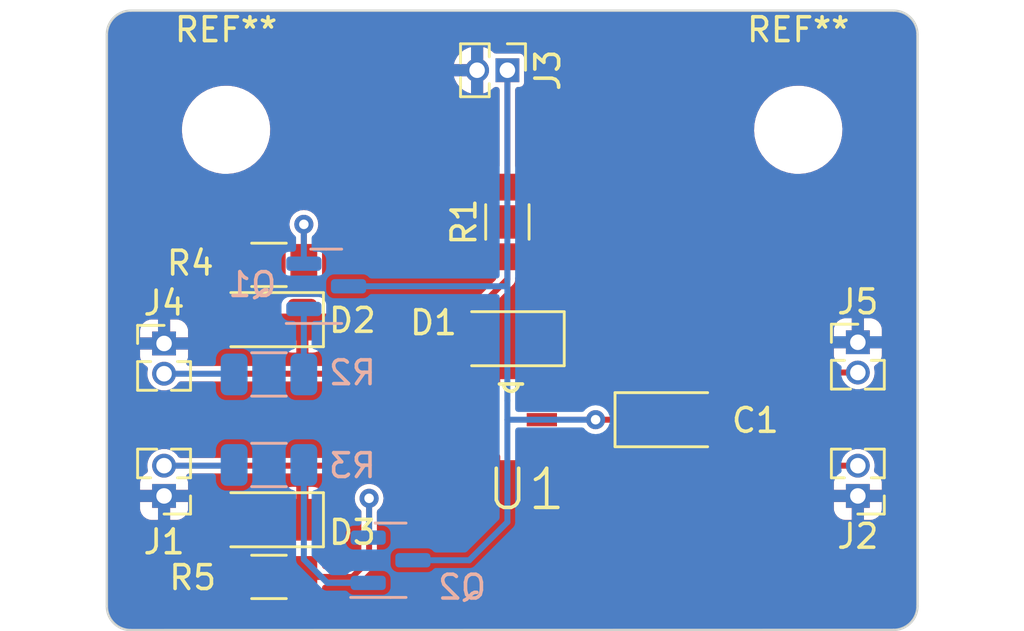
<source format=kicad_pcb>
(kicad_pcb (version 20211014) (generator pcbnew)
  (layers (0 "F.Cu" signal) (31 "B.Cu" signal) (34 "B.Paste" user) (35 "F.Paste" user) (36 "B.SilkS" user "B.Silkscreen") (37 "F.SilkS" user "F.Silkscreen") (38 "B.Mask" user) (39 "F.Mask" user) (44 "Edge.Cuts" user))
  (net 0 "")
  (net 1 "Net-(U1-Pad3)")
  (net 2 "Net-(U1-Pad6)")
  (net 3 "Net-(U1-Pad4)")
  (net 4 "GND")
  (net 5 "Net-(D1-Pad2)")
  (net 6 "Net-(D2-Pad2)")
  (net 7 "Net-(D3-Pad2)")
  (net 8 "Net-(J4-Pad2)")
  (net 9 "Net-(Q1-Pad1)")
  (net 10 "Net-(Q1-Pad2)")
  (net 11 "Net-(Q2-Pad1)")
  (net 12 "Net-(Q2-Pad2)")
  (net 13 "Net-(J3-Pad1)")
  (footprint "LED_SMD:LED_1206_3216Metric" (layer "F.Cu") (at 120.8 95.37 180)
    (fp_text reference "D3" (at -3.5 -0.53) (layer "F.SilkS"))
    (fp_text value "LED")
    (fp_line (start 1.6 -1.135) (end -2.285 -1.135) (layer "F.SilkS") (width 0.12))
    (fp_line (start -2.285 -1.135) (end -2.285 1.135) (layer "F.SilkS") (width 0.12))
    (fp_line (start -2.285 1.135) (end 1.6 1.135) (layer "F.SilkS") (width 0.12))
    (pad "1" smd roundrect locked (at -1.4 0 180) (size 1.25 1.75) (layers "F.Cu" "F.Paste" "F.Mask") (roundrect_rratio 0.2) (net 4 "GND"))
    (pad "2" smd roundrect locked (at 1.4 0 180) (size 1.25 1.75) (layers "F.Cu" "F.Paste" "F.Mask") (roundrect_rratio 0.2) (net 7 "Net-(D3-Pad2)"))
  )
  (footprint "MountingHole:MountingHole_3.2mm_M3" (layer "F.Cu") (at 119 79)
    (fp_text reference "REF**" (at 0 -4.2) (layer "F.SilkS"))
    (fp_text value "MountingHole_3.2mm_M3")
    (pad "" np_thru_hole circle locked (at 0 0) (size 3.2 3.2) (drill 3.2) (layers *.Cu *.Mask))
  )
  (footprint "Connector_PinHeader_1.27mm:PinHeader_1x02_P1.27mm_Vertical" (layer "F.Cu") (at 130.8 76.5 -90)
    (fp_text reference "J3" (at 0 -1.695 90) (layer "F.SilkS"))
    (fp_text value "Conn_01x02_Male")
    (fp_line (start 0.563471 0.76) (end 1.11 0.76) (layer "F.SilkS") (width 0.12))
    (fp_line (start -1.11 -0.76) (end 0 -0.76) (layer "F.SilkS") (width 0.12))
    (fp_line (start 1.11 0.76) (end 1.11 1.965) (layer "F.SilkS") (width 0.12))
    (fp_line (start -1.11 0.76) (end -0.563471 0.76) (layer "F.SilkS") (width 0.12))
    (fp_line (start -1.11 0) (end -1.11 -0.76) (layer "F.SilkS") (width 0.12))
    (fp_line (start 0.30753 1.965) (end 1.11 1.965) (layer "F.SilkS") (width 0.12))
    (fp_line (start -1.11 1.965) (end -0.30753 1.965) (layer "F.SilkS") (width 0.12))
    (fp_line (start -1.11 0.76) (end -1.11 1.965) (layer "F.SilkS") (width 0.12))
    (pad "1" thru_hole rect locked (at 0 0 270) (size 1 1) (drill 0.65) (layers *.Cu *.Mask) (net 13 "Net-(J3-Pad1)"))
    (pad "2" thru_hole oval locked (at 0 1.27 270) (size 1 1) (drill 0.65) (layers *.Cu *.Mask) (net 4 "GND"))
  )
  (footprint "Connector_PinHeader_1.27mm:PinHeader_1x02_P1.27mm_Vertical" (layer "F.Cu") (at 145.5 87.92)
    (fp_text reference "J5" (at 0 -1.695) (layer "F.SilkS"))
    (fp_text value "Conn_01x02_Male")
    (fp_line (start -1.11 0.76) (end -0.563471 0.76) (layer "F.SilkS") (width 0.12))
    (fp_line (start -1.11 1.965) (end -0.30753 1.965) (layer "F.SilkS") (width 0.12))
    (fp_line (start -1.11 0) (end -1.11 -0.76) (layer "F.SilkS") (width 0.12))
    (fp_line (start 1.11 0.76) (end 1.11 1.965) (layer "F.SilkS") (width 0.12))
    (fp_line (start 0.30753 1.965) (end 1.11 1.965) (layer "F.SilkS") (width 0.12))
    (fp_line (start -1.11 0.76) (end -1.11 1.965) (layer "F.SilkS") (width 0.12))
    (fp_line (start -1.11 -0.76) (end 0 -0.76) (layer "F.SilkS") (width 0.12))
    (fp_line (start 0.563471 0.76) (end 1.11 0.76) (layer "F.SilkS") (width 0.12))
    (pad "1" thru_hole rect locked (at 0 0) (size 1 1) (drill 0.65) (layers *.Cu *.Mask) (net 4 "GND"))
    (pad "2" thru_hole oval locked (at 0 1.27) (size 1 1) (drill 0.65) (layers *.Cu *.Mask) (net 2 "Net-(U1-Pad6)"))
  )
  (footprint "Resistor_SMD:R_1206_3216Metric" (layer "F.Cu") (at 120.8 84.67 180)
    (fp_text reference "R4" (at 3.3 0.07) (layer "F.SilkS"))
    (fp_text value "100")
    (fp_line (start -0.727064 -0.91) (end 0.727064 -0.91) (layer "F.SilkS") (width 0.12))
    (fp_line (start -0.727064 0.91) (end 0.727064 0.91) (layer "F.SilkS") (width 0.12))
    (pad "1" smd roundrect locked (at -1.4625 0 180) (size 1.125 1.75) (layers "F.Cu" "F.Paste" "F.Mask") (roundrect_rratio 0.222222) (net 10 "Net-(Q1-Pad2)"))
    (pad "2" smd roundrect locked (at 1.4625 0 180) (size 1.125 1.75) (layers "F.Cu" "F.Paste" "F.Mask") (roundrect_rratio 0.222222) (net 6 "Net-(D2-Pad2)"))
  )
  (footprint "Diode_SMD:D_1206_3216Metric" (layer "F.Cu") (at 137.6 91.17)
    (fp_text reference "C1" (at 3.6 0.03) (layer "F.SilkS"))
    (fp_text value "100nF")
    (fp_line (start 1.6 -1.135) (end -2.285 -1.135) (layer "F.SilkS") (width 0.12))
    (fp_line (start -2.285 -1.135) (end -2.285 1.135) (layer "F.SilkS") (width 0.12))
    (fp_line (start -2.285 1.135) (end 1.6 1.135) (layer "F.SilkS") (width 0.12))
    (pad "1" smd roundrect locked (at -1.4 0) (size 1.25 1.75) (layers "F.Cu" "F.Paste" "F.Mask") (roundrect_rratio 0.2) (net 13 "Net-(J3-Pad1)"))
    (pad "2" smd roundrect locked (at 1.4 0) (size 1.25 1.75) (layers "F.Cu" "F.Paste" "F.Mask") (roundrect_rratio 0.2) (net 4 "GND"))
  )
  (footprint "Connector_PinHeader_1.27mm:PinHeader_1x02_P1.27mm_Vertical" (layer "F.Cu") (at 116.4 94.37 180)
    (fp_text reference "J1" (at 0 -1.93) (layer "F.SilkS"))
    (fp_text value "Conn_01x02_Male")
    (fp_line (start -1.11 1.965) (end -0.30753 1.965) (layer "F.SilkS") (width 0.12))
    (fp_line (start 0.30753 1.965) (end 1.11 1.965) (layer "F.SilkS") (width 0.12))
    (fp_line (start 0.563471 0.76) (end 1.11 0.76) (layer "F.SilkS") (width 0.12))
    (fp_line (start -1.11 0.76) (end -0.563471 0.76) (layer "F.SilkS") (width 0.12))
    (fp_line (start 1.11 0.76) (end 1.11 1.965) (layer "F.SilkS") (width 0.12))
    (fp_line (start -1.11 0) (end -1.11 -0.76) (layer "F.SilkS") (width 0.12))
    (fp_line (start -1.11 -0.76) (end 0 -0.76) (layer "F.SilkS") (width 0.12))
    (fp_line (start -1.11 0.76) (end -1.11 1.965) (layer "F.SilkS") (width 0.12))
    (pad "1" thru_hole rect locked (at 0 0 180) (size 1 1) (drill 0.65) (layers *.Cu *.Mask) (net 4 "GND"))
    (pad "2" thru_hole oval locked (at 0 1.27 180) (size 1 1) (drill 0.65) (layers *.Cu *.Mask) (net 1 "Net-(U1-Pad3)"))
  )
  (footprint "LED_SMD:LED_1206_3216Metric" (layer "F.Cu") (at 120.8 86.97 180)
    (fp_text reference "D2" (at -3.5 -0.03) (layer "F.SilkS"))
    (fp_text value "LED")
    (fp_line (start 1.6 -1.135) (end -2.285 -1.135) (layer "F.SilkS") (width 0.12))
    (fp_line (start -2.285 1.135) (end 1.6 1.135) (layer "F.SilkS") (width 0.12))
    (fp_line (start -2.285 -1.135) (end -2.285 1.135) (layer "F.SilkS") (width 0.12))
    (pad "1" smd roundrect locked (at -1.4 0 180) (size 1.25 1.75) (layers "F.Cu" "F.Paste" "F.Mask") (roundrect_rratio 0.2) (net 4 "GND"))
    (pad "2" smd roundrect locked (at 1.4 0 180) (size 1.25 1.75) (layers "F.Cu" "F.Paste" "F.Mask") (roundrect_rratio 0.2) (net 6 "Net-(D2-Pad2)"))
  )
  (footprint "hw_watchdog:ATTiny10-TS8R" (layer "F.Cu") (at 130.95 91.17)
    (fp_text reference "U1" (at 0.63661 2.92843) (layer "F.SilkS") (effects (font (size 1.644173 1.644173))))
    (fp_text value "ATTINY10-TS8R")
    (fp_line (start 0.4826 -1.4986) (end 0.3048 -1.4986) (layer "F.SilkS") (width 0.1524))
    (fp_line (start -0.3048 -1.4986) (end -0.4826 -1.4986) (layer "F.SilkS") (width 0.1524))
    (fp_line (start 0.3048 -1.4986) (end -0.3048 -1.4986) (layer "F.SilkS") (width 0.1524))
    (fp_arc (start 0.3048 -1.4986) (mid 0 -1.1938) (end -0.3048 -1.4986) (layer "F.SilkS") (width 0.1524))
    (pad "1" smd rect (at -1.2954 -0.9398) (size 1.27 0.5588) (layers "F.Cu" "F.Paste" "F.Mask") (net 8 "Net-(J4-Pad2)"))
    (pad "2" smd rect (at -1.2954 0) (size 1.27 0.5588) (layers "F.Cu" "F.Paste" "F.Mask") (net 4 "GND"))
    (pad "3" smd rect (at -1.2954 0.9398) (size 1.27 0.5588) (layers "F.Cu" "F.Paste" "F.Mask") (net 1 "Net-(U1-Pad3)"))
    (pad "4" smd rect (at 1.2954 0.9398) (size 1.27 0.5588) (layers "F.Cu" "F.Paste" "F.Mask") (net 3 "Net-(U1-Pad4)"))
    (pad "5" smd rect (at 1.2954 0) (size 1.27 0.5588) (layers "F.Cu" "F.Paste" "F.Mask") (net 13 "Net-(J3-Pad1)"))
    (pad "6" smd rect (at 1.2954 -0.9398) (size 1.27 0.5588) (layers "F.Cu" "F.Paste" "F.Mask") (net 2 "Net-(U1-Pad6)"))
  )
  (footprint "LED_SMD:LED_1206_3216Metric" (layer "F.Cu") (at 130.9 87.77 180)
    (fp_text reference "D1" (at 3.2 0.67) (layer "F.SilkS"))
    (fp_text value "LED")
    (fp_line (start -2.285 -1.135) (end -2.285 1.135) (layer "F.SilkS") (width 0.12))
    (fp_line (start -2.285 1.135) (end 1.6 1.135) (layer "F.SilkS") (width 0.12))
    (fp_line (start 1.6 -1.135) (end -2.285 -1.135) (layer "F.SilkS") (width 0.12))
    (pad "1" smd roundrect locked (at -1.4 0 180) (size 1.25 1.75) (layers "F.Cu" "F.Paste" "F.Mask") (roundrect_rratio 0.2) (net 4 "GND"))
    (pad "2" smd roundrect locked (at 1.4 0 180) (size 1.25 1.75) (layers "F.Cu" "F.Paste" "F.Mask") (roundrect_rratio 0.2) (net 5 "Net-(D1-Pad2)"))
  )
  (footprint "Resistor_SMD:R_1206_3216Metric" (layer "F.Cu") (at 130.8 82.87 90)
    (fp_text reference "R1" (at 0 -1.82 90) (layer "F.SilkS"))
    (fp_text value "100")
    (fp_line (start -0.727064 -0.91) (end 0.727064 -0.91) (layer "F.SilkS") (width 0.12))
    (fp_line (start -0.727064 0.91) (end 0.727064 0.91) (layer "F.SilkS") (width 0.12))
    (pad "1" smd roundrect locked (at -1.4625 0 90) (size 1.125 1.75) (layers "F.Cu" "F.Paste" "F.Mask") (roundrect_rratio 0.222222) (net 5 "Net-(D1-Pad2)"))
    (pad "2" smd roundrect locked (at 1.4625 0 90) (size 1.125 1.75) (layers "F.Cu" "F.Paste" "F.Mask") (roundrect_rratio 0.222222) (net 13 "Net-(J3-Pad1)"))
  )
  (footprint "MountingHole:MountingHole_3.2mm_M3" (layer "F.Cu") (at 143 79)
    (fp_text reference "REF**" (at 0 -4.2) (layer "F.SilkS"))
    (fp_text value "MountingHole_3.2mm_M3")
    (pad "" np_thru_hole circle locked (at 0 0) (size 3.2 3.2) (drill 3.2) (layers *.Cu *.Mask))
  )
  (footprint "Connector_PinHeader_1.27mm:PinHeader_1x02_P1.27mm_Vertical" (layer "F.Cu") (at 116.4 87.97)
    (fp_text reference "J4" (at 0 -1.695) (layer "F.SilkS"))
    (fp_text value "Conn_01x02_Male")
    (fp_line (start -1.11 0) (end -1.11 -0.76) (layer "F.SilkS") (width 0.12))
    (fp_line (start 1.11 0.76) (end 1.11 1.965) (layer "F.SilkS") (width 0.12))
    (fp_line (start -1.11 0.76) (end -0.563471 0.76) (layer "F.SilkS") (width 0.12))
    (fp_line (start 0.30753 1.965) (end 1.11 1.965) (layer "F.SilkS") (width 0.12))
    (fp_line (start 0.563471 0.76) (end 1.11 0.76) (layer "F.SilkS") (width 0.12))
    (fp_line (start -1.11 1.965) (end -0.30753 1.965) (layer "F.SilkS") (width 0.12))
    (fp_line (start -1.11 0.76) (end -1.11 1.965) (layer "F.SilkS") (width 0.12))
    (fp_line (start -1.11 -0.76) (end 0 -0.76) (layer "F.SilkS") (width 0.12))
    (pad "1" thru_hole rect locked (at 0 0) (size 1 1) (drill 0.65) (layers *.Cu *.Mask) (net 4 "GND"))
    (pad "2" thru_hole oval locked (at 0 1.27) (size 1 1) (drill 0.65) (layers *.Cu *.Mask) (net 8 "Net-(J4-Pad2)"))
  )
  (footprint "Connector_PinHeader_1.27mm:PinHeader_1x02_P1.27mm_Vertical" (layer "F.Cu") (at 145.5 94.37 180)
    (fp_text reference "J2" (at 0 -1.695) (layer "F.SilkS"))
    (fp_text value "Conn_01x02_Male")
    (fp_line (start -1.11 0.76) (end -0.563471 0.76) (layer "F.SilkS") (width 0.12))
    (fp_line (start 1.11 0.76) (end 1.11 1.965) (layer "F.SilkS") (width 0.12))
    (fp_line (start -1.11 -0.76) (end 0 -0.76) (layer "F.SilkS") (width 0.12))
    (fp_line (start 0.30753 1.965) (end 1.11 1.965) (layer "F.SilkS") (width 0.12))
    (fp_line (start -1.11 0) (end -1.11 -0.76) (layer "F.SilkS") (width 0.12))
    (fp_line (start -1.11 1.965) (end -0.30753 1.965) (layer "F.SilkS") (width 0.12))
    (fp_line (start 0.563471 0.76) (end 1.11 0.76) (layer "F.SilkS") (width 0.12))
    (fp_line (start -1.11 0.76) (end -1.11 1.965) (layer "F.SilkS") (width 0.12))
    (pad "1" thru_hole rect locked (at 0 0 180) (size 1 1) (drill 0.65) (layers *.Cu *.Mask) (net 4 "GND"))
    (pad "2" thru_hole oval locked (at 0 1.27 180) (size 1 1) (drill 0.65) (layers *.Cu *.Mask) (net 3 "Net-(U1-Pad4)"))
  )
  (footprint "Resistor_SMD:R_1206_3216Metric" (layer "F.Cu") (at 120.8 97.77 180)
    (fp_text reference "R5" (at 3.2 -0.03) (layer "F.SilkS"))
    (fp_text value "100")
    (fp_line (start -0.727064 -0.91) (end 0.727064 -0.91) (layer "F.SilkS") (width 0.12))
    (fp_line (start -0.727064 0.91) (end 0.727064 0.91) (layer "F.SilkS") (width 0.12))
    (pad "1" smd roundrect locked (at -1.4625 0 180) (size 1.125 1.75) (layers "F.Cu" "F.Paste" "F.Mask") (roundrect_rratio 0.222222) (net 12 "Net-(Q2-Pad2)"))
    (pad "2" smd roundrect locked (at 1.4625 0 180) (size 1.125 1.75) (layers "F.Cu" "F.Paste" "F.Mask") (roundrect_rratio 0.222222) (net 7 "Net-(D3-Pad2)"))
  )
  (footprint "Package_TO_SOT_SMD:SOT-23" (layer "B.Cu") (at 123.2 85.57)
    (fp_text reference "Q1" (at -3.1 -0.07) (layer "B.SilkS") (effects (justify mirror)))
    (fp_text value "BC847")
    (fp_line (start 0 1.56) (end -1.675 1.56) (layer "B.SilkS") (width 0.12))
    (fp_line (start 0 -1.56) (end 0.65 -1.56) (layer "B.SilkS") (width 0.12))
    (fp_line (start 0 -1.56) (end -0.65 -1.56) (layer "B.SilkS") (width 0.12))
    (fp_line (start 0 1.56) (end 0.65 1.56) (layer "B.SilkS") (width 0.12))
    (pad "1" smd roundrect locked (at -0.9375 0.95) (size 1.475 0.6) (layers "B.Cu" "B.Paste" "B.Mask") (net 9 "Net-(Q1-Pad1)"))
    (pad "2" smd roundrect locked (at -0.9375 -0.95) (size 1.475 0.6) (layers "B.Cu" "B.Paste" "B.Mask") (net 10 "Net-(Q1-Pad2)"))
    (pad "3" smd roundrect locked (at 0.9375 0) (size 1.475 0.6) (layers "B.Cu" "B.Paste" "B.Mask") (net 13 "Net-(J3-Pad1)"))
  )
  (footprint "Package_TO_SOT_SMD:SOT-23" (layer "B.Cu") (at 125.9 97.07)
    (fp_text reference "Q2" (at 3 1.13) (layer "B.SilkS") (effects (justify mirror)))
    (fp_text value "BC847")
    (fp_line (start 0 1.56) (end -1.675 1.56) (layer "B.SilkS") (width 0.12))
    (fp_line (start 0 -1.56) (end -0.65 -1.56) (layer "B.SilkS") (width 0.12))
    (fp_line (start 0 -1.56) (end 0.65 -1.56) (layer "B.SilkS") (width 0.12))
    (fp_line (start 0 1.56) (end 0.65 1.56) (layer "B.SilkS") (width 0.12))
    (pad "1" smd roundrect locked (at -0.9375 0.95) (size 1.475 0.6) (layers "B.Cu" "B.Paste" "B.Mask") (net 11 "Net-(Q2-Pad1)"))
    (pad "2" smd roundrect locked (at -0.9375 -0.95) (size 1.475 0.6) (layers "B.Cu" "B.Paste" "B.Mask") (net 12 "Net-(Q2-Pad2)"))
    (pad "3" smd roundrect locked (at 0.9375 0) (size 1.475 0.6) (layers "B.Cu" "B.Paste" "B.Mask") (net 13 "Net-(J3-Pad1)"))
  )
  (footprint "Resistor_SMD:R_1206_3216Metric" (layer "B.Cu") (at 120.8 89.27)
    (fp_text reference "R2" (at 3.5 -0.07) (layer "B.SilkS") (effects (justify mirror)))
    (fp_text value "470")
    (fp_line (start -0.727064 0.91) (end 0.727064 0.91) (layer "B.SilkS") (width 0.12))
    (fp_line (start -0.727064 -0.91) (end 0.727064 -0.91) (layer "B.SilkS") (width 0.12))
    (pad "1" smd roundrect locked (at -1.4625 0) (size 1.125 1.75) (layers "B.Cu" "B.Paste" "B.Mask") (roundrect_rratio 0.222222) (net 8 "Net-(J4-Pad2)"))
    (pad "2" smd roundrect locked (at 1.4625 0) (size 1.125 1.75) (layers "B.Cu" "B.Paste" "B.Mask") (roundrect_rratio 0.222222) (net 9 "Net-(Q1-Pad1)"))
  )
  (footprint "Resistor_SMD:R_1206_3216Metric" (layer "B.Cu") (at 120.8 93.07)
    (fp_text reference "R3" (at 3.5 0.03) (layer "B.SilkS") (effects (justify mirror)))
    (fp_text value "470")
    (fp_line (start -0.727064 -0.91) (end 0.727064 -0.91) (layer "B.SilkS") (width 0.12))
    (fp_line (start -0.727064 0.91) (end 0.727064 0.91) (layer "B.SilkS") (width 0.12))
    (pad "1" smd roundrect locked (at -1.4625 0) (size 1.125 1.75) (layers "B.Cu" "B.Paste" "B.Mask") (roundrect_rratio 0.222222) (net 1 "Net-(U1-Pad3)"))
    (pad "2" smd roundrect locked (at 1.4625 0) (size 1.125 1.75) (layers "B.Cu" "B.Paste" "B.Mask") (roundrect_rratio 0.222222) (net 11 "Net-(Q2-Pad1)"))
  )
  (gr_arc (start 148 98.992893) (mid 147.707107 99.7) (end 147 99.992893) (layer "Edge.Cuts") (width 0.1))
  (gr_line (start 114 75) (end 114 99) (layer "Edge.Cuts") (width 0.1))
  (gr_arc (start 114 75) (mid 114.292893 74.292893) (end 115 74) (layer "Edge.Cuts") (width 0.1))
  (gr_line (start 115 74) (end 147 74) (layer "Edge.Cuts") (width 0.1))
  (gr_line (start 148 75) (end 148 98.992893) (layer "Edge.Cuts") (width 0.1))
  (gr_arc (start 115 100) (mid 114.292893 99.707107) (end 114 99) (layer "Edge.Cuts") (width 0.1))
  (gr_arc (start 147 74) (mid 147.707107 74.292893) (end 148 75) (layer "Edge.Cuts") (width 0.1))
  (gr_line (start 115 100) (end 147 99.992893) (layer "Edge.Cuts") (width 0.1))
  (segment (start 126.3602 92.1098) (end 129.6546 92.1098) (width 0.25) (layer "F.Cu") (net 1))
  (segment (start 125.37 93.1) (end 126.3602 92.1098) (width 0.25) (layer "F.Cu") (net 1))
  (segment (start 116.4 93.1) (end 125.37 93.1) (width 0.25) (layer "F.Cu") (net 1))
  (segment (start 119.3375 93.07) (end 119.3075 93.1) (width 0.25) (layer "B.Cu") (net 1))
  (segment (start 119.3075 93.1) (end 116.4 93.1) (width 0.25) (layer "B.Cu") (net 1))
  (segment (start 145.5 89.19) (end 135.58 89.19) (width 0.25) (layer "F.Cu") (net 2))
  (segment (start 135.58 89.19) (end 134.5398 90.2302) (width 0.25) (layer "F.Cu") (net 2))
  (segment (start 134.5398 90.2302) (end 132.2454 90.2302) (width 0.25) (layer "F.Cu") (net 2))
  (segment (start 134.4398 92.1098) (end 132.2454 92.1098) (width 0.25) (layer "F.Cu") (net 3))
  (segment (start 145.5 93.1) (end 135.43 93.1) (width 0.25) (layer "F.Cu") (net 3))
  (segment (start 135.43 93.1) (end 134.4398 92.1098) (width 0.25) (layer "F.Cu") (net 3))
  (segment (start 130.8 85.27) (end 129.5 86.57) (width 0.25) (layer "F.Cu") (net 5))
  (segment (start 130.8 84.3325) (end 130.8 85.27) (width 0.25) (layer "F.Cu") (net 5))
  (segment (start 129.5 86.57) (end 129.5 87.77) (width 0.25) (layer "F.Cu") (net 5))
  (segment (start 119.4 84.7325) (end 119.3375 84.67) (width 0.25) (layer "F.Cu") (net 6))
  (segment (start 119.4 86.97) (end 119.4 84.7325) (width 0.25) (layer "F.Cu") (net 6))
  (segment (start 119.3375 97.77) (end 119.3375 95.4325) (width 0.25) (layer "F.Cu") (net 7))
  (segment (start 119.3375 95.4325) (end 119.4 95.37) (width 0.25) (layer "F.Cu") (net 7))
  (segment (start 125.37 89.24) (end 116.4 89.24) (width 0.25) (layer "F.Cu") (net 8))
  (segment (start 129.6546 90.2302) (end 126.3602 90.2302) (width 0.25) (layer "F.Cu") (net 8))
  (segment (start 126.3602 90.2302) (end 125.37 89.24) (width 0.25) (layer "F.Cu") (net 8))
  (segment (start 119.3075 89.24) (end 116.4 89.24) (width 0.25) (layer "B.Cu") (net 8))
  (segment (start 119.3375 89.27) (end 119.3075 89.24) (width 0.25) (layer "B.Cu") (net 8))
  (segment (start 122.2625 89.27) (end 122.2625 86.52) (width 0.25) (layer "B.Cu") (net 9))
  (segment (start 122.2625 84.67) (end 122.2625 82.97) (width 0.25) (layer "F.Cu") (net 10))
  (via (at 122.2625 82.97) (size 0.8) (drill 0.4) (layers "F.Cu" "B.Cu") (net 10))
  (segment (start 122.2625 84.62) (end 122.2625 82.97) (width 0.25) (layer "B.Cu") (net 10))
  (segment (start 122.2625 97.0325) (end 123.25 98.02) (width 0.25) (layer "B.Cu") (net 11))
  (segment (start 122.2625 93.07) (end 122.2625 97.0325) (width 0.25) (layer "B.Cu") (net 11))
  (segment (start 123.25 98.02) (end 124.9625 98.02) (width 0.25) (layer "B.Cu") (net 11))
  (segment (start 124.3 97.77) (end 125 97.07) (width 0.25) (layer "F.Cu") (net 12))
  (segment (start 125 97.07) (end 125 94.47) (width 0.25) (layer "F.Cu") (net 12))
  (segment (start 122.2625 97.77) (end 124.3 97.77) (width 0.25) (layer "F.Cu") (net 12))
  (via (at 125 94.47) (size 0.8) (drill 0.4) (layers "F.Cu" "B.Cu") (net 12))
  (segment (start 125 96.0825) (end 124.9625 96.12) (width 0.25) (layer "B.Cu") (net 12))
  (segment (start 125 94.47) (end 125 96.0825) (width 0.25) (layer "B.Cu") (net 12))
  (segment (start 130.8 76.5) (end 130.8 81.4075) (width 0.25) (layer "F.Cu") (net 13))
  (segment (start 136.2 91.17) (end 134.5 91.17) (width 0.25) (layer "F.Cu") (net 13))
  (segment (start 134.5 91.17) (end 132.2454 91.17) (width 0.25) (layer "F.Cu") (net 13))
  (via (at 134.5 91.17) (size 0.8) (drill 0.4) (layers "F.Cu" "B.Cu") (net 13))
  (segment (start 126.8375 97.07) (end 129.2 97.07) (width 0.25) (layer "B.Cu") (net 13))
  (segment (start 130.8 76.5) (end 130.8 85.57) (width 0.25) (layer "B.Cu") (net 13))
  (segment (start 129.2 97.07) (end 130.8 95.47) (width 0.25) (layer "B.Cu") (net 13))
  (segment (start 130.8 95.47) (end 130.8 91.17) (width 0.25) (layer "B.Cu") (net 13))
  (segment (start 124.1375 85.57) (end 130.8 85.57) (width 0.25) (layer "B.Cu") (net 13))
  (segment (start 130.8 90.37) (end 130.8 85.57) (width 0.25) (layer "B.Cu") (net 13))
  (segment (start 130.8 91.17) (end 130.8 90.37) (width 0.25) (layer "B.Cu") (net 13))
  (segment (start 134.5 91.17) (end 130.8 91.17) (width 0.25) (layer "B.Cu") (net 13))
  (zone (net 0) (net_name "") (layer "F.Cu") (connect_pads (clearance 0)) (min_thickness 0.254)
    (keepout (tracks allowed) (vias allowed) (pads allowed) (copperpour not_allowed) (footprints allowed))
    (fill (thermal_gap 0.508) (thermal_bridge_width 0.508))
    (polygon (pts (xy 131.5 92.87) (xy 130.5 92.87) (xy 130.5 89.47) (xy 131.5 89.47)))
  )
  (zone (net 4) (net_name "GND") (layers F&B.Cu) (connect_pads (clearance 0)) (min_thickness 0.254) (fill yes (thermal_gap 0.508) (thermal_bridge_width 0.508))
    (polygon (pts (xy 148 100) (xy 114 100) (xy 114 74) (xy 148 74)))
  )
  (zone (net 0) (net_name "") (layer "F.Cu") (connect_pads (clearance 0)) (min_thickness 0.254)
    (keepout (tracks allowed) (vias allowed) (pads allowed) (copperpour not_allowed) (footprints allowed))
    (fill (thermal_gap 0.508) (thermal_bridge_width 0.508))
    (polygon (pts (xy 137 92.77) (xy 135.6 92.77) (xy 134.7 91.87) (xy 134.7 90.47) (xy 135.7 89.47) (xy 137 89.47)))
  )
)
</source>
